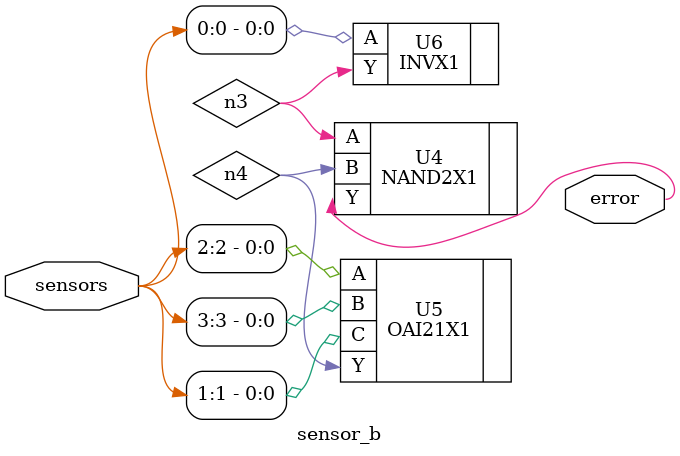
<source format=v>


module sensor_b ( sensors, error );
  input [3:0] sensors;
  output error;
  wire   n3, n4;

  NAND2X1 U4 ( .A(n3), .B(n4), .Y(error) );
  OAI21X1 U5 ( .A(sensors[2]), .B(sensors[3]), .C(sensors[1]), .Y(n4) );
  INVX1 U6 ( .A(sensors[0]), .Y(n3) );
endmodule


</source>
